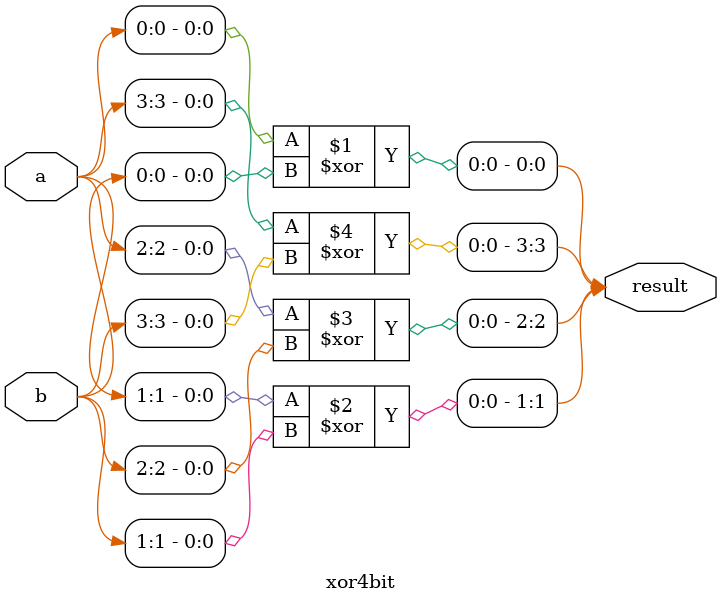
<source format=v>
module xor4bit(output[3:0] result, input[3:0] a, input[3:0] b);

xor xor1(result[0], a[0], b[0]);
xor xor2(result[1], a[1], b[1]);
xor xor3(result[2], a[2], b[2]);
xor xor4(result[3], a[3], b[3]);

endmodule
</source>
